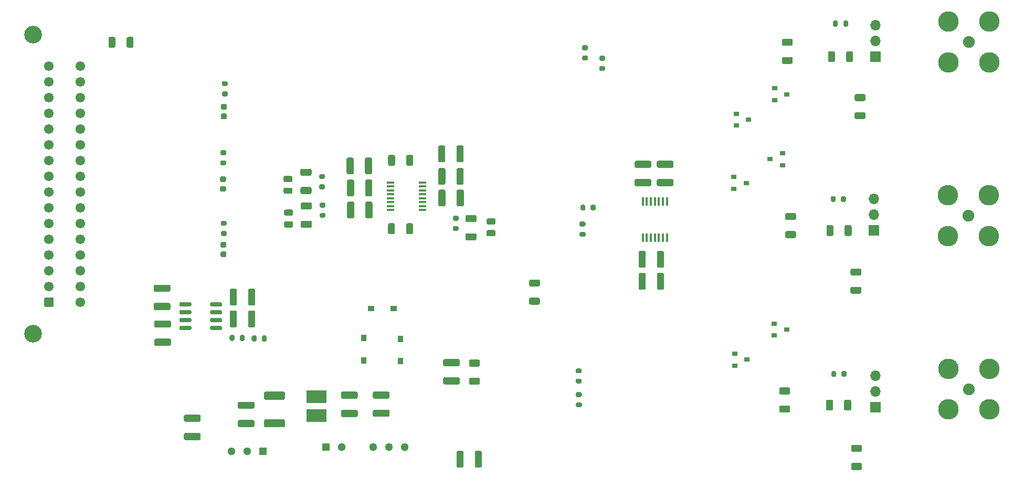
<source format=gts>
G04 #@! TF.GenerationSoftware,KiCad,Pcbnew,(5.1.10)-1*
G04 #@! TF.CreationDate,2022-03-21T21:51:29-04:00*
G04 #@! TF.ProjectId,MC-ADC,4d432d41-4443-42e6-9b69-6361645f7063,rev?*
G04 #@! TF.SameCoordinates,Original*
G04 #@! TF.FileFunction,Soldermask,Top*
G04 #@! TF.FilePolarity,Negative*
%FSLAX46Y46*%
G04 Gerber Fmt 4.6, Leading zero omitted, Abs format (unit mm)*
G04 Created by KiCad (PCBNEW (5.1.10)-1) date 2022-03-21 21:51:29*
%MOMM*%
%LPD*%
G01*
G04 APERTURE LIST*
%ADD10R,0.850000X1.050000*%
%ADD11R,1.050000X0.850000*%
%ADD12R,0.900000X0.800000*%
%ADD13C,3.315000*%
%ADD14C,1.905000*%
%ADD15R,1.200000X0.400000*%
%ADD16R,0.450000X1.450000*%
%ADD17C,1.300000*%
%ADD18R,1.300000X1.300000*%
%ADD19R,3.250000X2.150000*%
%ADD20O,1.700000X1.700000*%
%ADD21R,1.700000X1.700000*%
%ADD22C,1.550000*%
%ADD23C,2.850000*%
G04 APERTURE END LIST*
G36*
G01*
X142542099Y-122439000D02*
X143792101Y-122439000D01*
G75*
G02*
X144042100Y-122688999I0J-249999D01*
G01*
X144042100Y-123314001D01*
G75*
G02*
X143792101Y-123564000I-249999J0D01*
G01*
X142542099Y-123564000D01*
G75*
G02*
X142292100Y-123314001I0J249999D01*
G01*
X142292100Y-122688999D01*
G75*
G02*
X142542099Y-122439000I249999J0D01*
G01*
G37*
G36*
G01*
X142542099Y-119514000D02*
X143792101Y-119514000D01*
G75*
G02*
X144042100Y-119763999I0J-249999D01*
G01*
X144042100Y-120389001D01*
G75*
G02*
X143792101Y-120639000I-249999J0D01*
G01*
X142542099Y-120639000D01*
G75*
G02*
X142292100Y-120389001I0J249999D01*
G01*
X142292100Y-119763999D01*
G75*
G02*
X142542099Y-119514000I249999J0D01*
G01*
G37*
D10*
X125275340Y-119650920D03*
X125275340Y-116050920D03*
X131216400Y-116162680D03*
X131216400Y-119762680D03*
D11*
X126503020Y-111267240D03*
X130103020Y-111267240D03*
G36*
G01*
X140556161Y-120572960D02*
X138356159Y-120572960D01*
G75*
G02*
X138106160Y-120322961I0J249999D01*
G01*
X138106160Y-119672959D01*
G75*
G02*
X138356159Y-119422960I249999J0D01*
G01*
X140556161Y-119422960D01*
G75*
G02*
X140806160Y-119672959I0J-249999D01*
G01*
X140806160Y-120322961D01*
G75*
G02*
X140556161Y-120572960I-249999J0D01*
G01*
G37*
G36*
G01*
X140556161Y-123522960D02*
X138356159Y-123522960D01*
G75*
G02*
X138106160Y-123272961I0J249999D01*
G01*
X138106160Y-122622959D01*
G75*
G02*
X138356159Y-122372960I249999J0D01*
G01*
X140556161Y-122372960D01*
G75*
G02*
X140806160Y-122622959I0J-249999D01*
G01*
X140806160Y-123272961D01*
G75*
G02*
X140556161Y-123522960I-249999J0D01*
G01*
G37*
D12*
X185136280Y-118562080D03*
X185136280Y-120462080D03*
X187136280Y-119512080D03*
X191524380Y-113733540D03*
X191524380Y-115633540D03*
X193524380Y-114683540D03*
X184991500Y-90050580D03*
X184991500Y-91950580D03*
X186991500Y-91000580D03*
X192843660Y-88135500D03*
X192843660Y-86235500D03*
X190843660Y-87185500D03*
X185375040Y-79857560D03*
X185375040Y-81757560D03*
X187375040Y-80807560D03*
X191570100Y-75740220D03*
X191570100Y-77640220D03*
X193570100Y-76690220D03*
D13*
X226250760Y-64985360D03*
X226250760Y-71585360D03*
X219650760Y-71585360D03*
X219650760Y-64985360D03*
D14*
X222950760Y-68285360D03*
D13*
X226194880Y-120972040D03*
X226194880Y-127572040D03*
X219594880Y-127572040D03*
X219594880Y-120972040D03*
D14*
X222894880Y-124272040D03*
D13*
X226179640Y-92955840D03*
X226179640Y-99555840D03*
X219579640Y-99555840D03*
X219579640Y-92955840D03*
D14*
X222879640Y-96255840D03*
G36*
G01*
X100511740Y-110749220D02*
X100511740Y-110449220D01*
G75*
G02*
X100661740Y-110299220I150000J0D01*
G01*
X102311740Y-110299220D01*
G75*
G02*
X102461740Y-110449220I0J-150000D01*
G01*
X102461740Y-110749220D01*
G75*
G02*
X102311740Y-110899220I-150000J0D01*
G01*
X100661740Y-110899220D01*
G75*
G02*
X100511740Y-110749220I0J150000D01*
G01*
G37*
G36*
G01*
X100511740Y-112019220D02*
X100511740Y-111719220D01*
G75*
G02*
X100661740Y-111569220I150000J0D01*
G01*
X102311740Y-111569220D01*
G75*
G02*
X102461740Y-111719220I0J-150000D01*
G01*
X102461740Y-112019220D01*
G75*
G02*
X102311740Y-112169220I-150000J0D01*
G01*
X100661740Y-112169220D01*
G75*
G02*
X100511740Y-112019220I0J150000D01*
G01*
G37*
G36*
G01*
X100511740Y-113289220D02*
X100511740Y-112989220D01*
G75*
G02*
X100661740Y-112839220I150000J0D01*
G01*
X102311740Y-112839220D01*
G75*
G02*
X102461740Y-112989220I0J-150000D01*
G01*
X102461740Y-113289220D01*
G75*
G02*
X102311740Y-113439220I-150000J0D01*
G01*
X100661740Y-113439220D01*
G75*
G02*
X100511740Y-113289220I0J150000D01*
G01*
G37*
G36*
G01*
X100511740Y-114559220D02*
X100511740Y-114259220D01*
G75*
G02*
X100661740Y-114109220I150000J0D01*
G01*
X102311740Y-114109220D01*
G75*
G02*
X102461740Y-114259220I0J-150000D01*
G01*
X102461740Y-114559220D01*
G75*
G02*
X102311740Y-114709220I-150000J0D01*
G01*
X100661740Y-114709220D01*
G75*
G02*
X100511740Y-114559220I0J150000D01*
G01*
G37*
G36*
G01*
X95561740Y-114559220D02*
X95561740Y-114259220D01*
G75*
G02*
X95711740Y-114109220I150000J0D01*
G01*
X97361740Y-114109220D01*
G75*
G02*
X97511740Y-114259220I0J-150000D01*
G01*
X97511740Y-114559220D01*
G75*
G02*
X97361740Y-114709220I-150000J0D01*
G01*
X95711740Y-114709220D01*
G75*
G02*
X95561740Y-114559220I0J150000D01*
G01*
G37*
G36*
G01*
X95561740Y-113289220D02*
X95561740Y-112989220D01*
G75*
G02*
X95711740Y-112839220I150000J0D01*
G01*
X97361740Y-112839220D01*
G75*
G02*
X97511740Y-112989220I0J-150000D01*
G01*
X97511740Y-113289220D01*
G75*
G02*
X97361740Y-113439220I-150000J0D01*
G01*
X95711740Y-113439220D01*
G75*
G02*
X95561740Y-113289220I0J150000D01*
G01*
G37*
G36*
G01*
X95561740Y-112019220D02*
X95561740Y-111719220D01*
G75*
G02*
X95711740Y-111569220I150000J0D01*
G01*
X97361740Y-111569220D01*
G75*
G02*
X97511740Y-111719220I0J-150000D01*
G01*
X97511740Y-112019220D01*
G75*
G02*
X97361740Y-112169220I-150000J0D01*
G01*
X95711740Y-112169220D01*
G75*
G02*
X95561740Y-112019220I0J150000D01*
G01*
G37*
G36*
G01*
X95561740Y-110749220D02*
X95561740Y-110449220D01*
G75*
G02*
X95711740Y-110299220I150000J0D01*
G01*
X97361740Y-110299220D01*
G75*
G02*
X97511740Y-110449220I0J-150000D01*
G01*
X97511740Y-110749220D01*
G75*
G02*
X97361740Y-110899220I-150000J0D01*
G01*
X95711740Y-110899220D01*
G75*
G02*
X95561740Y-110749220I0J150000D01*
G01*
G37*
G36*
G01*
X140274880Y-91061721D02*
X140274880Y-88861719D01*
G75*
G02*
X140524879Y-88611720I249999J0D01*
G01*
X141174881Y-88611720D01*
G75*
G02*
X141424880Y-88861719I0J-249999D01*
G01*
X141424880Y-91061721D01*
G75*
G02*
X141174881Y-91311720I-249999J0D01*
G01*
X140524879Y-91311720D01*
G75*
G02*
X140274880Y-91061721I0J249999D01*
G01*
G37*
G36*
G01*
X137324880Y-91061721D02*
X137324880Y-88861719D01*
G75*
G02*
X137574879Y-88611720I249999J0D01*
G01*
X138224881Y-88611720D01*
G75*
G02*
X138474880Y-88861719I0J-249999D01*
G01*
X138474880Y-91061721D01*
G75*
G02*
X138224881Y-91311720I-249999J0D01*
G01*
X137574879Y-91311720D01*
G75*
G02*
X137324880Y-91061721I0J249999D01*
G01*
G37*
G36*
G01*
X140264720Y-87414281D02*
X140264720Y-85214279D01*
G75*
G02*
X140514719Y-84964280I249999J0D01*
G01*
X141164721Y-84964280D01*
G75*
G02*
X141414720Y-85214279I0J-249999D01*
G01*
X141414720Y-87414281D01*
G75*
G02*
X141164721Y-87664280I-249999J0D01*
G01*
X140514719Y-87664280D01*
G75*
G02*
X140264720Y-87414281I0J249999D01*
G01*
G37*
G36*
G01*
X137314720Y-87414281D02*
X137314720Y-85214279D01*
G75*
G02*
X137564719Y-84964280I249999J0D01*
G01*
X138214721Y-84964280D01*
G75*
G02*
X138464720Y-85214279I0J-249999D01*
G01*
X138464720Y-87414281D01*
G75*
G02*
X138214721Y-87664280I-249999J0D01*
G01*
X137564719Y-87664280D01*
G75*
G02*
X137314720Y-87414281I0J249999D01*
G01*
G37*
G36*
G01*
X140287580Y-94546601D02*
X140287580Y-92346599D01*
G75*
G02*
X140537579Y-92096600I249999J0D01*
G01*
X141187581Y-92096600D01*
G75*
G02*
X141437580Y-92346599I0J-249999D01*
G01*
X141437580Y-94546601D01*
G75*
G02*
X141187581Y-94796600I-249999J0D01*
G01*
X140537579Y-94796600D01*
G75*
G02*
X140287580Y-94546601I0J249999D01*
G01*
G37*
G36*
G01*
X137337580Y-94546601D02*
X137337580Y-92346599D01*
G75*
G02*
X137587579Y-92096600I249999J0D01*
G01*
X138237581Y-92096600D01*
G75*
G02*
X138487580Y-92346599I0J-249999D01*
G01*
X138487580Y-94546601D01*
G75*
G02*
X138237581Y-94796600I-249999J0D01*
G01*
X137587579Y-94796600D01*
G75*
G02*
X137337580Y-94546601I0J249999D01*
G01*
G37*
G36*
G01*
X123701500Y-87170079D02*
X123701500Y-89370081D01*
G75*
G02*
X123451501Y-89620080I-249999J0D01*
G01*
X122801499Y-89620080D01*
G75*
G02*
X122551500Y-89370081I0J249999D01*
G01*
X122551500Y-87170079D01*
G75*
G02*
X122801499Y-86920080I249999J0D01*
G01*
X123451501Y-86920080D01*
G75*
G02*
X123701500Y-87170079I0J-249999D01*
G01*
G37*
G36*
G01*
X126651500Y-87170079D02*
X126651500Y-89370081D01*
G75*
G02*
X126401501Y-89620080I-249999J0D01*
G01*
X125751499Y-89620080D01*
G75*
G02*
X125501500Y-89370081I0J249999D01*
G01*
X125501500Y-87170079D01*
G75*
G02*
X125751499Y-86920080I249999J0D01*
G01*
X126401501Y-86920080D01*
G75*
G02*
X126651500Y-87170079I0J-249999D01*
G01*
G37*
G36*
G01*
X123768280Y-94274459D02*
X123768280Y-96474461D01*
G75*
G02*
X123518281Y-96724460I-249999J0D01*
G01*
X122868279Y-96724460D01*
G75*
G02*
X122618280Y-96474461I0J249999D01*
G01*
X122618280Y-94274459D01*
G75*
G02*
X122868279Y-94024460I249999J0D01*
G01*
X123518281Y-94024460D01*
G75*
G02*
X123768280Y-94274459I0J-249999D01*
G01*
G37*
G36*
G01*
X126718280Y-94274459D02*
X126718280Y-96474461D01*
G75*
G02*
X126468281Y-96724460I-249999J0D01*
G01*
X125818279Y-96724460D01*
G75*
G02*
X125568280Y-96474461I0J249999D01*
G01*
X125568280Y-94274459D01*
G75*
G02*
X125818279Y-94024460I249999J0D01*
G01*
X126468281Y-94024460D01*
G75*
G02*
X126718280Y-94274459I0J-249999D01*
G01*
G37*
G36*
G01*
X123745420Y-90726079D02*
X123745420Y-92926081D01*
G75*
G02*
X123495421Y-93176080I-249999J0D01*
G01*
X122845419Y-93176080D01*
G75*
G02*
X122595420Y-92926081I0J249999D01*
G01*
X122595420Y-90726079D01*
G75*
G02*
X122845419Y-90476080I249999J0D01*
G01*
X123495421Y-90476080D01*
G75*
G02*
X123745420Y-90726079I0J-249999D01*
G01*
G37*
G36*
G01*
X126695420Y-90726079D02*
X126695420Y-92926081D01*
G75*
G02*
X126445421Y-93176080I-249999J0D01*
G01*
X125795419Y-93176080D01*
G75*
G02*
X125545420Y-92926081I0J249999D01*
G01*
X125545420Y-90726079D01*
G75*
G02*
X125795419Y-90476080I249999J0D01*
G01*
X126445421Y-90476080D01*
G75*
G02*
X126695420Y-90726079I0J-249999D01*
G01*
G37*
G36*
G01*
X170791300Y-102242439D02*
X170791300Y-104442441D01*
G75*
G02*
X170541301Y-104692440I-249999J0D01*
G01*
X169891299Y-104692440D01*
G75*
G02*
X169641300Y-104442441I0J249999D01*
G01*
X169641300Y-102242439D01*
G75*
G02*
X169891299Y-101992440I249999J0D01*
G01*
X170541301Y-101992440D01*
G75*
G02*
X170791300Y-102242439I0J-249999D01*
G01*
G37*
G36*
G01*
X173741300Y-102242439D02*
X173741300Y-104442441D01*
G75*
G02*
X173491301Y-104692440I-249999J0D01*
G01*
X172841299Y-104692440D01*
G75*
G02*
X172591300Y-104442441I0J249999D01*
G01*
X172591300Y-102242439D01*
G75*
G02*
X172841299Y-101992440I249999J0D01*
G01*
X173491301Y-101992440D01*
G75*
G02*
X173741300Y-102242439I0J-249999D01*
G01*
G37*
G36*
G01*
X170791300Y-105793359D02*
X170791300Y-107993361D01*
G75*
G02*
X170541301Y-108243360I-249999J0D01*
G01*
X169891299Y-108243360D01*
G75*
G02*
X169641300Y-107993361I0J249999D01*
G01*
X169641300Y-105793359D01*
G75*
G02*
X169891299Y-105543360I249999J0D01*
G01*
X170541301Y-105543360D01*
G75*
G02*
X170791300Y-105793359I0J-249999D01*
G01*
G37*
G36*
G01*
X173741300Y-105793359D02*
X173741300Y-107993361D01*
G75*
G02*
X173491301Y-108243360I-249999J0D01*
G01*
X172841299Y-108243360D01*
G75*
G02*
X172591300Y-107993361I0J249999D01*
G01*
X172591300Y-105793359D01*
G75*
G02*
X172841299Y-105543360I249999J0D01*
G01*
X173491301Y-105543360D01*
G75*
G02*
X173741300Y-105793359I0J-249999D01*
G01*
G37*
G36*
G01*
X175029041Y-88568960D02*
X172829039Y-88568960D01*
G75*
G02*
X172579040Y-88318961I0J249999D01*
G01*
X172579040Y-87668959D01*
G75*
G02*
X172829039Y-87418960I249999J0D01*
G01*
X175029041Y-87418960D01*
G75*
G02*
X175279040Y-87668959I0J-249999D01*
G01*
X175279040Y-88318961D01*
G75*
G02*
X175029041Y-88568960I-249999J0D01*
G01*
G37*
G36*
G01*
X175029041Y-91518960D02*
X172829039Y-91518960D01*
G75*
G02*
X172579040Y-91268961I0J249999D01*
G01*
X172579040Y-90618959D01*
G75*
G02*
X172829039Y-90368960I249999J0D01*
G01*
X175029041Y-90368960D01*
G75*
G02*
X175279040Y-90618959I0J-249999D01*
G01*
X175279040Y-91268961D01*
G75*
G02*
X175029041Y-91518960I-249999J0D01*
G01*
G37*
G36*
G01*
X171457801Y-88579120D02*
X169257799Y-88579120D01*
G75*
G02*
X169007800Y-88329121I0J249999D01*
G01*
X169007800Y-87679119D01*
G75*
G02*
X169257799Y-87429120I249999J0D01*
G01*
X171457801Y-87429120D01*
G75*
G02*
X171707800Y-87679119I0J-249999D01*
G01*
X171707800Y-88329121D01*
G75*
G02*
X171457801Y-88579120I-249999J0D01*
G01*
G37*
G36*
G01*
X171457801Y-91529120D02*
X169257799Y-91529120D01*
G75*
G02*
X169007800Y-91279121I0J249999D01*
G01*
X169007800Y-90629119D01*
G75*
G02*
X169257799Y-90379120I249999J0D01*
G01*
X171457801Y-90379120D01*
G75*
G02*
X171707800Y-90629119I0J-249999D01*
G01*
X171707800Y-91279121D01*
G75*
G02*
X171457801Y-91529120I-249999J0D01*
G01*
G37*
G36*
G01*
X87051720Y-68943381D02*
X87051720Y-67693379D01*
G75*
G02*
X87301719Y-67443380I249999J0D01*
G01*
X87926721Y-67443380D01*
G75*
G02*
X88176720Y-67693379I0J-249999D01*
G01*
X88176720Y-68943381D01*
G75*
G02*
X87926721Y-69193380I-249999J0D01*
G01*
X87301719Y-69193380D01*
G75*
G02*
X87051720Y-68943381I0J249999D01*
G01*
G37*
G36*
G01*
X84126720Y-68943381D02*
X84126720Y-67693379D01*
G75*
G02*
X84376719Y-67443380I249999J0D01*
G01*
X85001721Y-67443380D01*
G75*
G02*
X85251720Y-67693379I0J-249999D01*
G01*
X85251720Y-68943381D01*
G75*
G02*
X85001721Y-69193380I-249999J0D01*
G01*
X84376719Y-69193380D01*
G75*
G02*
X84126720Y-68943381I0J249999D01*
G01*
G37*
D15*
X134804460Y-90947240D03*
X134804460Y-91582240D03*
X134804460Y-92217240D03*
X134804460Y-92852240D03*
X134804460Y-93487240D03*
X134804460Y-94122240D03*
X134804460Y-94757240D03*
X134804460Y-95392240D03*
X129604460Y-95392240D03*
X129604460Y-94757240D03*
X129604460Y-94122240D03*
X129604460Y-93487240D03*
X129604460Y-92852240D03*
X129604460Y-92217240D03*
X129604460Y-91582240D03*
X129604460Y-90947240D03*
D16*
X170312800Y-94003940D03*
X170962800Y-94003940D03*
X171612800Y-94003940D03*
X172262800Y-94003940D03*
X172912800Y-94003940D03*
X173562800Y-94003940D03*
X174212800Y-94003940D03*
X174212800Y-99853940D03*
X173562800Y-99853940D03*
X172912800Y-99853940D03*
X172262800Y-99853940D03*
X171612800Y-99853940D03*
X170962800Y-99853940D03*
X170312800Y-99853940D03*
D17*
X131909820Y-133586220D03*
X129369820Y-133586220D03*
X126829820Y-133586220D03*
X121749820Y-133586220D03*
D18*
X119209820Y-133586220D03*
D17*
X106491420Y-134344680D03*
D18*
X109031420Y-134344680D03*
D17*
X103951420Y-134344680D03*
G36*
G01*
X153479661Y-107715480D02*
X152229659Y-107715480D01*
G75*
G02*
X151979660Y-107465481I0J249999D01*
G01*
X151979660Y-106840479D01*
G75*
G02*
X152229659Y-106590480I249999J0D01*
G01*
X153479661Y-106590480D01*
G75*
G02*
X153729660Y-106840479I0J-249999D01*
G01*
X153729660Y-107465481D01*
G75*
G02*
X153479661Y-107715480I-249999J0D01*
G01*
G37*
G36*
G01*
X153479661Y-110640480D02*
X152229659Y-110640480D01*
G75*
G02*
X151979660Y-110390481I0J249999D01*
G01*
X151979660Y-109765479D01*
G75*
G02*
X152229659Y-109515480I249999J0D01*
G01*
X153479661Y-109515480D01*
G75*
G02*
X153729660Y-109765479I0J-249999D01*
G01*
X153729660Y-110390481D01*
G75*
G02*
X153479661Y-110640480I-249999J0D01*
G01*
G37*
G36*
G01*
X130339260Y-97761899D02*
X130339260Y-99011901D01*
G75*
G02*
X130089261Y-99261900I-249999J0D01*
G01*
X129464259Y-99261900D01*
G75*
G02*
X129214260Y-99011901I0J249999D01*
G01*
X129214260Y-97761899D01*
G75*
G02*
X129464259Y-97511900I249999J0D01*
G01*
X130089261Y-97511900D01*
G75*
G02*
X130339260Y-97761899I0J-249999D01*
G01*
G37*
G36*
G01*
X133264260Y-97761899D02*
X133264260Y-99011901D01*
G75*
G02*
X133014261Y-99261900I-249999J0D01*
G01*
X132389259Y-99261900D01*
G75*
G02*
X132139260Y-99011901I0J249999D01*
G01*
X132139260Y-97761899D01*
G75*
G02*
X132389259Y-97511900I249999J0D01*
G01*
X133014261Y-97511900D01*
G75*
G02*
X133264260Y-97761899I0J-249999D01*
G01*
G37*
G36*
G01*
X118398880Y-95832480D02*
X118948880Y-95832480D01*
G75*
G02*
X119148880Y-96032480I0J-200000D01*
G01*
X119148880Y-96432480D01*
G75*
G02*
X118948880Y-96632480I-200000J0D01*
G01*
X118398880Y-96632480D01*
G75*
G02*
X118198880Y-96432480I0J200000D01*
G01*
X118198880Y-96032480D01*
G75*
G02*
X118398880Y-95832480I200000J0D01*
G01*
G37*
G36*
G01*
X118398880Y-94182480D02*
X118948880Y-94182480D01*
G75*
G02*
X119148880Y-94382480I0J-200000D01*
G01*
X119148880Y-94782480D01*
G75*
G02*
X118948880Y-94982480I-200000J0D01*
G01*
X118398880Y-94982480D01*
G75*
G02*
X118198880Y-94782480I0J200000D01*
G01*
X118198880Y-94382480D01*
G75*
G02*
X118398880Y-94182480I200000J0D01*
G01*
G37*
G36*
G01*
X139856800Y-97961000D02*
X140406800Y-97961000D01*
G75*
G02*
X140606800Y-98161000I0J-200000D01*
G01*
X140606800Y-98561000D01*
G75*
G02*
X140406800Y-98761000I-200000J0D01*
G01*
X139856800Y-98761000D01*
G75*
G02*
X139656800Y-98561000I0J200000D01*
G01*
X139656800Y-98161000D01*
G75*
G02*
X139856800Y-97961000I200000J0D01*
G01*
G37*
G36*
G01*
X139856800Y-96311000D02*
X140406800Y-96311000D01*
G75*
G02*
X140606800Y-96511000I0J-200000D01*
G01*
X140606800Y-96911000D01*
G75*
G02*
X140406800Y-97111000I-200000J0D01*
G01*
X139856800Y-97111000D01*
G75*
G02*
X139656800Y-96911000I0J200000D01*
G01*
X139656800Y-96511000D01*
G75*
G02*
X139856800Y-96311000I200000J0D01*
G01*
G37*
G36*
G01*
X118859980Y-90369340D02*
X118309980Y-90369340D01*
G75*
G02*
X118109980Y-90169340I0J200000D01*
G01*
X118109980Y-89769340D01*
G75*
G02*
X118309980Y-89569340I200000J0D01*
G01*
X118859980Y-89569340D01*
G75*
G02*
X119059980Y-89769340I0J-200000D01*
G01*
X119059980Y-90169340D01*
G75*
G02*
X118859980Y-90369340I-200000J0D01*
G01*
G37*
G36*
G01*
X118859980Y-92019340D02*
X118309980Y-92019340D01*
G75*
G02*
X118109980Y-91819340I0J200000D01*
G01*
X118109980Y-91419340D01*
G75*
G02*
X118309980Y-91219340I200000J0D01*
G01*
X118859980Y-91219340D01*
G75*
G02*
X119059980Y-91419340I0J-200000D01*
G01*
X119059980Y-91819340D01*
G75*
G02*
X118859980Y-92019340I-200000J0D01*
G01*
G37*
G36*
G01*
X130364660Y-86738299D02*
X130364660Y-87988301D01*
G75*
G02*
X130114661Y-88238300I-249999J0D01*
G01*
X129489659Y-88238300D01*
G75*
G02*
X129239660Y-87988301I0J249999D01*
G01*
X129239660Y-86738299D01*
G75*
G02*
X129489659Y-86488300I249999J0D01*
G01*
X130114661Y-86488300D01*
G75*
G02*
X130364660Y-86738299I0J-249999D01*
G01*
G37*
G36*
G01*
X133289660Y-86738299D02*
X133289660Y-87988301D01*
G75*
G02*
X133039661Y-88238300I-249999J0D01*
G01*
X132414659Y-88238300D01*
G75*
G02*
X132164660Y-87988301I0J249999D01*
G01*
X132164660Y-86738299D01*
G75*
G02*
X132414659Y-86488300I249999J0D01*
G01*
X133039661Y-86488300D01*
G75*
G02*
X133289660Y-86738299I0J-249999D01*
G01*
G37*
G36*
G01*
X204180279Y-136190560D02*
X205430281Y-136190560D01*
G75*
G02*
X205680280Y-136440559I0J-249999D01*
G01*
X205680280Y-137065561D01*
G75*
G02*
X205430281Y-137315560I-249999J0D01*
G01*
X204180279Y-137315560D01*
G75*
G02*
X203930280Y-137065561I0J249999D01*
G01*
X203930280Y-136440559D01*
G75*
G02*
X204180279Y-136190560I249999J0D01*
G01*
G37*
G36*
G01*
X204180279Y-133265560D02*
X205430281Y-133265560D01*
G75*
G02*
X205680280Y-133515559I0J-249999D01*
G01*
X205680280Y-134140561D01*
G75*
G02*
X205430281Y-134390560I-249999J0D01*
G01*
X204180279Y-134390560D01*
G75*
G02*
X203930280Y-134140561I0J249999D01*
G01*
X203930280Y-133515559D01*
G75*
G02*
X204180279Y-133265560I249999J0D01*
G01*
G37*
G36*
G01*
X193832641Y-125129720D02*
X192582639Y-125129720D01*
G75*
G02*
X192332640Y-124879721I0J249999D01*
G01*
X192332640Y-124254719D01*
G75*
G02*
X192582639Y-124004720I249999J0D01*
G01*
X193832641Y-124004720D01*
G75*
G02*
X194082640Y-124254719I0J-249999D01*
G01*
X194082640Y-124879721D01*
G75*
G02*
X193832641Y-125129720I-249999J0D01*
G01*
G37*
G36*
G01*
X193832641Y-128054720D02*
X192582639Y-128054720D01*
G75*
G02*
X192332640Y-127804721I0J249999D01*
G01*
X192332640Y-127179719D01*
G75*
G02*
X192582639Y-126929720I249999J0D01*
G01*
X193832641Y-126929720D01*
G75*
G02*
X194082640Y-127179719I0J-249999D01*
G01*
X194082640Y-127804721D01*
G75*
G02*
X193832641Y-128054720I-249999J0D01*
G01*
G37*
G36*
G01*
X201517700Y-121548480D02*
X201517700Y-122098480D01*
G75*
G02*
X201317700Y-122298480I-200000J0D01*
G01*
X200917700Y-122298480D01*
G75*
G02*
X200717700Y-122098480I0J200000D01*
G01*
X200717700Y-121548480D01*
G75*
G02*
X200917700Y-121348480I200000J0D01*
G01*
X201317700Y-121348480D01*
G75*
G02*
X201517700Y-121548480I0J-200000D01*
G01*
G37*
G36*
G01*
X203167700Y-121548480D02*
X203167700Y-122098480D01*
G75*
G02*
X202967700Y-122298480I-200000J0D01*
G01*
X202567700Y-122298480D01*
G75*
G02*
X202367700Y-122098480I0J200000D01*
G01*
X202367700Y-121548480D01*
G75*
G02*
X202567700Y-121348480I200000J0D01*
G01*
X202967700Y-121348480D01*
G75*
G02*
X203167700Y-121548480I0J-200000D01*
G01*
G37*
G36*
G01*
X201009680Y-126232759D02*
X201009680Y-127482761D01*
G75*
G02*
X200759681Y-127732760I-249999J0D01*
G01*
X200134679Y-127732760D01*
G75*
G02*
X199884680Y-127482761I0J249999D01*
G01*
X199884680Y-126232759D01*
G75*
G02*
X200134679Y-125982760I249999J0D01*
G01*
X200759681Y-125982760D01*
G75*
G02*
X201009680Y-126232759I0J-249999D01*
G01*
G37*
G36*
G01*
X203934680Y-126232759D02*
X203934680Y-127482761D01*
G75*
G02*
X203684681Y-127732760I-249999J0D01*
G01*
X203059679Y-127732760D01*
G75*
G02*
X202809680Y-127482761I0J249999D01*
G01*
X202809680Y-126232759D01*
G75*
G02*
X203059679Y-125982760I249999J0D01*
G01*
X203684681Y-125982760D01*
G75*
G02*
X203934680Y-126232759I0J-249999D01*
G01*
G37*
G36*
G01*
X159699280Y-122581220D02*
X160249280Y-122581220D01*
G75*
G02*
X160449280Y-122781220I0J-200000D01*
G01*
X160449280Y-123181220D01*
G75*
G02*
X160249280Y-123381220I-200000J0D01*
G01*
X159699280Y-123381220D01*
G75*
G02*
X159499280Y-123181220I0J200000D01*
G01*
X159499280Y-122781220D01*
G75*
G02*
X159699280Y-122581220I200000J0D01*
G01*
G37*
G36*
G01*
X159699280Y-120931220D02*
X160249280Y-120931220D01*
G75*
G02*
X160449280Y-121131220I0J-200000D01*
G01*
X160449280Y-121531220D01*
G75*
G02*
X160249280Y-121731220I-200000J0D01*
G01*
X159699280Y-121731220D01*
G75*
G02*
X159499280Y-121531220I0J200000D01*
G01*
X159499280Y-121131220D01*
G75*
G02*
X159699280Y-120931220I200000J0D01*
G01*
G37*
G36*
G01*
X159734840Y-126406460D02*
X160284840Y-126406460D01*
G75*
G02*
X160484840Y-126606460I0J-200000D01*
G01*
X160484840Y-127006460D01*
G75*
G02*
X160284840Y-127206460I-200000J0D01*
G01*
X159734840Y-127206460D01*
G75*
G02*
X159534840Y-127006460I0J200000D01*
G01*
X159534840Y-126606460D01*
G75*
G02*
X159734840Y-126406460I200000J0D01*
G01*
G37*
G36*
G01*
X159734840Y-124756460D02*
X160284840Y-124756460D01*
G75*
G02*
X160484840Y-124956460I0J-200000D01*
G01*
X160484840Y-125356460D01*
G75*
G02*
X160284840Y-125556460I-200000J0D01*
G01*
X159734840Y-125556460D01*
G75*
G02*
X159534840Y-125356460I0J200000D01*
G01*
X159534840Y-124956460D01*
G75*
G02*
X159734840Y-124756460I200000J0D01*
G01*
G37*
G36*
G01*
X103002760Y-97918720D02*
X102452760Y-97918720D01*
G75*
G02*
X102252760Y-97718720I0J200000D01*
G01*
X102252760Y-97318720D01*
G75*
G02*
X102452760Y-97118720I200000J0D01*
G01*
X103002760Y-97118720D01*
G75*
G02*
X103202760Y-97318720I0J-200000D01*
G01*
X103202760Y-97718720D01*
G75*
G02*
X103002760Y-97918720I-200000J0D01*
G01*
G37*
G36*
G01*
X103002760Y-99568720D02*
X102452760Y-99568720D01*
G75*
G02*
X102252760Y-99368720I0J200000D01*
G01*
X102252760Y-98968720D01*
G75*
G02*
X102452760Y-98768720I200000J0D01*
G01*
X103002760Y-98768720D01*
G75*
G02*
X103202760Y-98968720I0J-200000D01*
G01*
X103202760Y-99368720D01*
G75*
G02*
X103002760Y-99568720I-200000J0D01*
G01*
G37*
G36*
G01*
X204078679Y-107762880D02*
X205328681Y-107762880D01*
G75*
G02*
X205578680Y-108012879I0J-249999D01*
G01*
X205578680Y-108637881D01*
G75*
G02*
X205328681Y-108887880I-249999J0D01*
G01*
X204078679Y-108887880D01*
G75*
G02*
X203828680Y-108637881I0J249999D01*
G01*
X203828680Y-108012879D01*
G75*
G02*
X204078679Y-107762880I249999J0D01*
G01*
G37*
G36*
G01*
X204078679Y-104837880D02*
X205328681Y-104837880D01*
G75*
G02*
X205578680Y-105087879I0J-249999D01*
G01*
X205578680Y-105712881D01*
G75*
G02*
X205328681Y-105962880I-249999J0D01*
G01*
X204078679Y-105962880D01*
G75*
G02*
X203828680Y-105712881I0J249999D01*
G01*
X203828680Y-105087879D01*
G75*
G02*
X204078679Y-104837880I249999J0D01*
G01*
G37*
G36*
G01*
X194787681Y-96986520D02*
X193537679Y-96986520D01*
G75*
G02*
X193287680Y-96736521I0J249999D01*
G01*
X193287680Y-96111519D01*
G75*
G02*
X193537679Y-95861520I249999J0D01*
G01*
X194787681Y-95861520D01*
G75*
G02*
X195037680Y-96111519I0J-249999D01*
G01*
X195037680Y-96736521D01*
G75*
G02*
X194787681Y-96986520I-249999J0D01*
G01*
G37*
G36*
G01*
X194787681Y-99911520D02*
X193537679Y-99911520D01*
G75*
G02*
X193287680Y-99661521I0J249999D01*
G01*
X193287680Y-99036519D01*
G75*
G02*
X193537679Y-98786520I249999J0D01*
G01*
X194787681Y-98786520D01*
G75*
G02*
X195037680Y-99036519I0J-249999D01*
G01*
X195037680Y-99661521D01*
G75*
G02*
X194787681Y-99911520I-249999J0D01*
G01*
G37*
G36*
G01*
X201433880Y-93318920D02*
X201433880Y-93868920D01*
G75*
G02*
X201233880Y-94068920I-200000J0D01*
G01*
X200833880Y-94068920D01*
G75*
G02*
X200633880Y-93868920I0J200000D01*
G01*
X200633880Y-93318920D01*
G75*
G02*
X200833880Y-93118920I200000J0D01*
G01*
X201233880Y-93118920D01*
G75*
G02*
X201433880Y-93318920I0J-200000D01*
G01*
G37*
G36*
G01*
X203083880Y-93318920D02*
X203083880Y-93868920D01*
G75*
G02*
X202883880Y-94068920I-200000J0D01*
G01*
X202483880Y-94068920D01*
G75*
G02*
X202283880Y-93868920I0J200000D01*
G01*
X202283880Y-93318920D01*
G75*
G02*
X202483880Y-93118920I200000J0D01*
G01*
X202883880Y-93118920D01*
G75*
G02*
X203083880Y-93318920I0J-200000D01*
G01*
G37*
G36*
G01*
X201080800Y-98059079D02*
X201080800Y-99309081D01*
G75*
G02*
X200830801Y-99559080I-249999J0D01*
G01*
X200205799Y-99559080D01*
G75*
G02*
X199955800Y-99309081I0J249999D01*
G01*
X199955800Y-98059079D01*
G75*
G02*
X200205799Y-97809080I249999J0D01*
G01*
X200830801Y-97809080D01*
G75*
G02*
X201080800Y-98059079I0J-249999D01*
G01*
G37*
G36*
G01*
X204005800Y-98059079D02*
X204005800Y-99309081D01*
G75*
G02*
X203755801Y-99559080I-249999J0D01*
G01*
X203130799Y-99559080D01*
G75*
G02*
X202880800Y-99309081I0J249999D01*
G01*
X202880800Y-98059079D01*
G75*
G02*
X203130799Y-97809080I249999J0D01*
G01*
X203755801Y-97809080D01*
G75*
G02*
X204005800Y-98059079I0J-249999D01*
G01*
G37*
G36*
G01*
X161063120Y-94710840D02*
X161063120Y-95260840D01*
G75*
G02*
X160863120Y-95460840I-200000J0D01*
G01*
X160463120Y-95460840D01*
G75*
G02*
X160263120Y-95260840I0J200000D01*
G01*
X160263120Y-94710840D01*
G75*
G02*
X160463120Y-94510840I200000J0D01*
G01*
X160863120Y-94510840D01*
G75*
G02*
X161063120Y-94710840I0J-200000D01*
G01*
G37*
G36*
G01*
X162713120Y-94710840D02*
X162713120Y-95260840D01*
G75*
G02*
X162513120Y-95460840I-200000J0D01*
G01*
X162113120Y-95460840D01*
G75*
G02*
X161913120Y-95260840I0J200000D01*
G01*
X161913120Y-94710840D01*
G75*
G02*
X162113120Y-94510840I200000J0D01*
G01*
X162513120Y-94510840D01*
G75*
G02*
X162713120Y-94710840I0J-200000D01*
G01*
G37*
G36*
G01*
X160326660Y-98895720D02*
X160876660Y-98895720D01*
G75*
G02*
X161076660Y-99095720I0J-200000D01*
G01*
X161076660Y-99495720D01*
G75*
G02*
X160876660Y-99695720I-200000J0D01*
G01*
X160326660Y-99695720D01*
G75*
G02*
X160126660Y-99495720I0J200000D01*
G01*
X160126660Y-99095720D01*
G75*
G02*
X160326660Y-98895720I200000J0D01*
G01*
G37*
G36*
G01*
X160326660Y-97245720D02*
X160876660Y-97245720D01*
G75*
G02*
X161076660Y-97445720I0J-200000D01*
G01*
X161076660Y-97845720D01*
G75*
G02*
X160876660Y-98045720I-200000J0D01*
G01*
X160326660Y-98045720D01*
G75*
G02*
X160126660Y-97845720I0J200000D01*
G01*
X160126660Y-97445720D01*
G75*
G02*
X160326660Y-97245720I200000J0D01*
G01*
G37*
G36*
G01*
X102921480Y-86524280D02*
X102371480Y-86524280D01*
G75*
G02*
X102171480Y-86324280I0J200000D01*
G01*
X102171480Y-85924280D01*
G75*
G02*
X102371480Y-85724280I200000J0D01*
G01*
X102921480Y-85724280D01*
G75*
G02*
X103121480Y-85924280I0J-200000D01*
G01*
X103121480Y-86324280D01*
G75*
G02*
X102921480Y-86524280I-200000J0D01*
G01*
G37*
G36*
G01*
X102921480Y-88174280D02*
X102371480Y-88174280D01*
G75*
G02*
X102171480Y-87974280I0J200000D01*
G01*
X102171480Y-87574280D01*
G75*
G02*
X102371480Y-87374280I200000J0D01*
G01*
X102921480Y-87374280D01*
G75*
G02*
X103121480Y-87574280I0J-200000D01*
G01*
X103121480Y-87974280D01*
G75*
G02*
X102921480Y-88174280I-200000J0D01*
G01*
G37*
G36*
G01*
X204739079Y-79594280D02*
X205989081Y-79594280D01*
G75*
G02*
X206239080Y-79844279I0J-249999D01*
G01*
X206239080Y-80469281D01*
G75*
G02*
X205989081Y-80719280I-249999J0D01*
G01*
X204739079Y-80719280D01*
G75*
G02*
X204489080Y-80469281I0J249999D01*
G01*
X204489080Y-79844279D01*
G75*
G02*
X204739079Y-79594280I249999J0D01*
G01*
G37*
G36*
G01*
X204739079Y-76669280D02*
X205989081Y-76669280D01*
G75*
G02*
X206239080Y-76919279I0J-249999D01*
G01*
X206239080Y-77544281D01*
G75*
G02*
X205989081Y-77794280I-249999J0D01*
G01*
X204739079Y-77794280D01*
G75*
G02*
X204489080Y-77544281I0J249999D01*
G01*
X204489080Y-76919279D01*
G75*
G02*
X204739079Y-76669280I249999J0D01*
G01*
G37*
G36*
G01*
X194259361Y-68883960D02*
X193009359Y-68883960D01*
G75*
G02*
X192759360Y-68633961I0J249999D01*
G01*
X192759360Y-68008959D01*
G75*
G02*
X193009359Y-67758960I249999J0D01*
G01*
X194259361Y-67758960D01*
G75*
G02*
X194509360Y-68008959I0J-249999D01*
G01*
X194509360Y-68633961D01*
G75*
G02*
X194259361Y-68883960I-249999J0D01*
G01*
G37*
G36*
G01*
X194259361Y-71808960D02*
X193009359Y-71808960D01*
G75*
G02*
X192759360Y-71558961I0J249999D01*
G01*
X192759360Y-70933959D01*
G75*
G02*
X193009359Y-70683960I249999J0D01*
G01*
X194259361Y-70683960D01*
G75*
G02*
X194509360Y-70933959I0J-249999D01*
G01*
X194509360Y-71558961D01*
G75*
G02*
X194259361Y-71808960I-249999J0D01*
G01*
G37*
G36*
G01*
X201797100Y-65028400D02*
X201797100Y-65578400D01*
G75*
G02*
X201597100Y-65778400I-200000J0D01*
G01*
X201197100Y-65778400D01*
G75*
G02*
X200997100Y-65578400I0J200000D01*
G01*
X200997100Y-65028400D01*
G75*
G02*
X201197100Y-64828400I200000J0D01*
G01*
X201597100Y-64828400D01*
G75*
G02*
X201797100Y-65028400I0J-200000D01*
G01*
G37*
G36*
G01*
X203447100Y-65028400D02*
X203447100Y-65578400D01*
G75*
G02*
X203247100Y-65778400I-200000J0D01*
G01*
X202847100Y-65778400D01*
G75*
G02*
X202647100Y-65578400I0J200000D01*
G01*
X202647100Y-65028400D01*
G75*
G02*
X202847100Y-64828400I200000J0D01*
G01*
X203247100Y-64828400D01*
G75*
G02*
X203447100Y-65028400I0J-200000D01*
G01*
G37*
G36*
G01*
X201322100Y-70009859D02*
X201322100Y-71259861D01*
G75*
G02*
X201072101Y-71509860I-249999J0D01*
G01*
X200447099Y-71509860D01*
G75*
G02*
X200197100Y-71259861I0J249999D01*
G01*
X200197100Y-70009859D01*
G75*
G02*
X200447099Y-69759860I249999J0D01*
G01*
X201072101Y-69759860D01*
G75*
G02*
X201322100Y-70009859I0J-249999D01*
G01*
G37*
G36*
G01*
X204247100Y-70009859D02*
X204247100Y-71259861D01*
G75*
G02*
X203997101Y-71509860I-249999J0D01*
G01*
X203372099Y-71509860D01*
G75*
G02*
X203122100Y-71259861I0J249999D01*
G01*
X203122100Y-70009859D01*
G75*
G02*
X203372099Y-69759860I249999J0D01*
G01*
X203997101Y-69759860D01*
G75*
G02*
X204247100Y-70009859I0J-249999D01*
G01*
G37*
G36*
G01*
X161290680Y-69590100D02*
X160740680Y-69590100D01*
G75*
G02*
X160540680Y-69390100I0J200000D01*
G01*
X160540680Y-68990100D01*
G75*
G02*
X160740680Y-68790100I200000J0D01*
G01*
X161290680Y-68790100D01*
G75*
G02*
X161490680Y-68990100I0J-200000D01*
G01*
X161490680Y-69390100D01*
G75*
G02*
X161290680Y-69590100I-200000J0D01*
G01*
G37*
G36*
G01*
X161290680Y-71240100D02*
X160740680Y-71240100D01*
G75*
G02*
X160540680Y-71040100I0J200000D01*
G01*
X160540680Y-70640100D01*
G75*
G02*
X160740680Y-70440100I200000J0D01*
G01*
X161290680Y-70440100D01*
G75*
G02*
X161490680Y-70640100I0J-200000D01*
G01*
X161490680Y-71040100D01*
G75*
G02*
X161290680Y-71240100I-200000J0D01*
G01*
G37*
G36*
G01*
X164049120Y-71294440D02*
X163499120Y-71294440D01*
G75*
G02*
X163299120Y-71094440I0J200000D01*
G01*
X163299120Y-70694440D01*
G75*
G02*
X163499120Y-70494440I200000J0D01*
G01*
X164049120Y-70494440D01*
G75*
G02*
X164249120Y-70694440I0J-200000D01*
G01*
X164249120Y-71094440D01*
G75*
G02*
X164049120Y-71294440I-200000J0D01*
G01*
G37*
G36*
G01*
X164049120Y-72944440D02*
X163499120Y-72944440D01*
G75*
G02*
X163299120Y-72744440I0J200000D01*
G01*
X163299120Y-72344440D01*
G75*
G02*
X163499120Y-72144440I200000J0D01*
G01*
X164049120Y-72144440D01*
G75*
G02*
X164249120Y-72344440I0J-200000D01*
G01*
X164249120Y-72744440D01*
G75*
G02*
X164049120Y-72944440I-200000J0D01*
G01*
G37*
G36*
G01*
X103170400Y-75381800D02*
X102620400Y-75381800D01*
G75*
G02*
X102420400Y-75181800I0J200000D01*
G01*
X102420400Y-74781800D01*
G75*
G02*
X102620400Y-74581800I200000J0D01*
G01*
X103170400Y-74581800D01*
G75*
G02*
X103370400Y-74781800I0J-200000D01*
G01*
X103370400Y-75181800D01*
G75*
G02*
X103170400Y-75381800I-200000J0D01*
G01*
G37*
G36*
G01*
X103170400Y-77031800D02*
X102620400Y-77031800D01*
G75*
G02*
X102420400Y-76831800I0J200000D01*
G01*
X102420400Y-76431800D01*
G75*
G02*
X102620400Y-76231800I200000J0D01*
G01*
X103170400Y-76231800D01*
G75*
G02*
X103370400Y-76431800I0J-200000D01*
G01*
X103370400Y-76831800D01*
G75*
G02*
X103170400Y-77031800I-200000J0D01*
G01*
G37*
G36*
G01*
X108864720Y-116378400D02*
X108864720Y-115828400D01*
G75*
G02*
X109064720Y-115628400I200000J0D01*
G01*
X109464720Y-115628400D01*
G75*
G02*
X109664720Y-115828400I0J-200000D01*
G01*
X109664720Y-116378400D01*
G75*
G02*
X109464720Y-116578400I-200000J0D01*
G01*
X109064720Y-116578400D01*
G75*
G02*
X108864720Y-116378400I0J200000D01*
G01*
G37*
G36*
G01*
X107214720Y-116378400D02*
X107214720Y-115828400D01*
G75*
G02*
X107414720Y-115628400I200000J0D01*
G01*
X107814720Y-115628400D01*
G75*
G02*
X108014720Y-115828400I0J-200000D01*
G01*
X108014720Y-116378400D01*
G75*
G02*
X107814720Y-116578400I-200000J0D01*
G01*
X107414720Y-116578400D01*
G75*
G02*
X107214720Y-116378400I0J200000D01*
G01*
G37*
G36*
G01*
X105304140Y-116289500D02*
X105304140Y-115739500D01*
G75*
G02*
X105504140Y-115539500I200000J0D01*
G01*
X105904140Y-115539500D01*
G75*
G02*
X106104140Y-115739500I0J-200000D01*
G01*
X106104140Y-116289500D01*
G75*
G02*
X105904140Y-116489500I-200000J0D01*
G01*
X105504140Y-116489500D01*
G75*
G02*
X105304140Y-116289500I0J200000D01*
G01*
G37*
G36*
G01*
X103654140Y-116289500D02*
X103654140Y-115739500D01*
G75*
G02*
X103854140Y-115539500I200000J0D01*
G01*
X104254140Y-115539500D01*
G75*
G02*
X104454140Y-115739500I0J-200000D01*
G01*
X104454140Y-116289500D01*
G75*
G02*
X104254140Y-116489500I-200000J0D01*
G01*
X103854140Y-116489500D01*
G75*
G02*
X103654140Y-116289500I0J200000D01*
G01*
G37*
D19*
X117708680Y-128557620D03*
X117708680Y-125457620D03*
G36*
G01*
X109461640Y-129138880D02*
X112361640Y-129138880D01*
G75*
G02*
X112611640Y-129388880I0J-250000D01*
G01*
X112611640Y-130188880D01*
G75*
G02*
X112361640Y-130438880I-250000J0D01*
G01*
X109461640Y-130438880D01*
G75*
G02*
X109211640Y-130188880I0J250000D01*
G01*
X109211640Y-129388880D01*
G75*
G02*
X109461640Y-129138880I250000J0D01*
G01*
G37*
G36*
G01*
X109461640Y-124688880D02*
X112361640Y-124688880D01*
G75*
G02*
X112611640Y-124938880I0J-250000D01*
G01*
X112611640Y-125738880D01*
G75*
G02*
X112361640Y-125988880I-250000J0D01*
G01*
X109461640Y-125988880D01*
G75*
G02*
X109211640Y-125738880I0J250000D01*
G01*
X109211640Y-124938880D01*
G75*
G02*
X109461640Y-124688880I250000J0D01*
G01*
G37*
D20*
X207850740Y-122072400D03*
X207850740Y-124612400D03*
D21*
X207850740Y-127152400D03*
D20*
X207612640Y-93595160D03*
X207612640Y-96135160D03*
D21*
X207612640Y-98675160D03*
D20*
X207891380Y-65595500D03*
X207891380Y-68135500D03*
D21*
X207891380Y-70675500D03*
D22*
X79608680Y-72133460D03*
X79608680Y-74673460D03*
X79608680Y-77213460D03*
X79608680Y-79753460D03*
X79608680Y-82293460D03*
X79608680Y-84833460D03*
X79608680Y-87373460D03*
X79608680Y-89913460D03*
X79608680Y-92453460D03*
X79608680Y-94993460D03*
X79608680Y-97533460D03*
X79608680Y-100073460D03*
X79608680Y-102613460D03*
X79608680Y-105153460D03*
X79608680Y-107693460D03*
X79608680Y-110233460D03*
X74528680Y-72133460D03*
X74528680Y-74673460D03*
X74528680Y-77213460D03*
X74528680Y-79753460D03*
X74528680Y-82293460D03*
X74528680Y-84833460D03*
X74528680Y-87373460D03*
X74528680Y-89913460D03*
X74528680Y-92453460D03*
X74528680Y-94993460D03*
X74528680Y-97533460D03*
X74528680Y-100073460D03*
X74528680Y-102613460D03*
X74528680Y-105153460D03*
X74528680Y-107693460D03*
G36*
G01*
X75053681Y-111008460D02*
X74003679Y-111008460D01*
G75*
G02*
X73753680Y-110758461I0J249999D01*
G01*
X73753680Y-109708459D01*
G75*
G02*
X74003679Y-109458460I249999J0D01*
G01*
X75053681Y-109458460D01*
G75*
G02*
X75303680Y-109708459I0J-249999D01*
G01*
X75303680Y-110758461D01*
G75*
G02*
X75053681Y-111008460I-249999J0D01*
G01*
G37*
D23*
X71988680Y-67053460D03*
X71988680Y-115313460D03*
G36*
G01*
X145361640Y-98610840D02*
X146311640Y-98610840D01*
G75*
G02*
X146561640Y-98860840I0J-250000D01*
G01*
X146561640Y-99360840D01*
G75*
G02*
X146311640Y-99610840I-250000J0D01*
G01*
X145361640Y-99610840D01*
G75*
G02*
X145111640Y-99360840I0J250000D01*
G01*
X145111640Y-98860840D01*
G75*
G02*
X145361640Y-98610840I250000J0D01*
G01*
G37*
G36*
G01*
X145361640Y-96710840D02*
X146311640Y-96710840D01*
G75*
G02*
X146561640Y-96960840I0J-250000D01*
G01*
X146561640Y-97460840D01*
G75*
G02*
X146311640Y-97710840I-250000J0D01*
G01*
X145361640Y-97710840D01*
G75*
G02*
X145111640Y-97460840I0J250000D01*
G01*
X145111640Y-96960840D01*
G75*
G02*
X145361640Y-96710840I250000J0D01*
G01*
G37*
G36*
G01*
X113647240Y-96301140D02*
X112697240Y-96301140D01*
G75*
G02*
X112447240Y-96051140I0J250000D01*
G01*
X112447240Y-95551140D01*
G75*
G02*
X112697240Y-95301140I250000J0D01*
G01*
X113647240Y-95301140D01*
G75*
G02*
X113897240Y-95551140I0J-250000D01*
G01*
X113897240Y-96051140D01*
G75*
G02*
X113647240Y-96301140I-250000J0D01*
G01*
G37*
G36*
G01*
X113647240Y-98201140D02*
X112697240Y-98201140D01*
G75*
G02*
X112447240Y-97951140I0J250000D01*
G01*
X112447240Y-97451140D01*
G75*
G02*
X112697240Y-97201140I250000J0D01*
G01*
X113647240Y-97201140D01*
G75*
G02*
X113897240Y-97451140I0J-250000D01*
G01*
X113897240Y-97951140D01*
G75*
G02*
X113647240Y-98201140I-250000J0D01*
G01*
G37*
G36*
G01*
X115407679Y-97101760D02*
X116707681Y-97101760D01*
G75*
G02*
X116957680Y-97351759I0J-249999D01*
G01*
X116957680Y-98001761D01*
G75*
G02*
X116707681Y-98251760I-249999J0D01*
G01*
X115407679Y-98251760D01*
G75*
G02*
X115157680Y-98001761I0J249999D01*
G01*
X115157680Y-97351759D01*
G75*
G02*
X115407679Y-97101760I249999J0D01*
G01*
G37*
G36*
G01*
X115407679Y-94151760D02*
X116707681Y-94151760D01*
G75*
G02*
X116957680Y-94401759I0J-249999D01*
G01*
X116957680Y-95051761D01*
G75*
G02*
X116707681Y-95301760I-249999J0D01*
G01*
X115407679Y-95301760D01*
G75*
G02*
X115157680Y-95051761I0J249999D01*
G01*
X115157680Y-94401759D01*
G75*
G02*
X115407679Y-94151760I249999J0D01*
G01*
G37*
G36*
G01*
X141950679Y-99129420D02*
X143250681Y-99129420D01*
G75*
G02*
X143500680Y-99379419I0J-249999D01*
G01*
X143500680Y-100029421D01*
G75*
G02*
X143250681Y-100279420I-249999J0D01*
G01*
X141950679Y-100279420D01*
G75*
G02*
X141700680Y-100029421I0J249999D01*
G01*
X141700680Y-99379419D01*
G75*
G02*
X141950679Y-99129420I249999J0D01*
G01*
G37*
G36*
G01*
X141950679Y-96179420D02*
X143250681Y-96179420D01*
G75*
G02*
X143500680Y-96429419I0J-249999D01*
G01*
X143500680Y-97079421D01*
G75*
G02*
X143250681Y-97329420I-249999J0D01*
G01*
X141950679Y-97329420D01*
G75*
G02*
X141700680Y-97079421I0J249999D01*
G01*
X141700680Y-96429419D01*
G75*
G02*
X141950679Y-96179420I249999J0D01*
G01*
G37*
G36*
G01*
X116639101Y-89868700D02*
X115339099Y-89868700D01*
G75*
G02*
X115089100Y-89618701I0J249999D01*
G01*
X115089100Y-88968699D01*
G75*
G02*
X115339099Y-88718700I249999J0D01*
G01*
X116639101Y-88718700D01*
G75*
G02*
X116889100Y-88968699I0J-249999D01*
G01*
X116889100Y-89618701D01*
G75*
G02*
X116639101Y-89868700I-249999J0D01*
G01*
G37*
G36*
G01*
X116639101Y-92818700D02*
X115339099Y-92818700D01*
G75*
G02*
X115089100Y-92568701I0J249999D01*
G01*
X115089100Y-91918699D01*
G75*
G02*
X115339099Y-91668700I249999J0D01*
G01*
X116639101Y-91668700D01*
G75*
G02*
X116889100Y-91918699I0J-249999D01*
G01*
X116889100Y-92568701D01*
G75*
G02*
X116639101Y-92818700I-249999J0D01*
G01*
G37*
G36*
G01*
X113560880Y-90863000D02*
X112610880Y-90863000D01*
G75*
G02*
X112360880Y-90613000I0J250000D01*
G01*
X112360880Y-90113000D01*
G75*
G02*
X112610880Y-89863000I250000J0D01*
G01*
X113560880Y-89863000D01*
G75*
G02*
X113810880Y-90113000I0J-250000D01*
G01*
X113810880Y-90613000D01*
G75*
G02*
X113560880Y-90863000I-250000J0D01*
G01*
G37*
G36*
G01*
X113560880Y-92763000D02*
X112610880Y-92763000D01*
G75*
G02*
X112360880Y-92513000I0J250000D01*
G01*
X112360880Y-92013000D01*
G75*
G02*
X112610880Y-91763000I250000J0D01*
G01*
X113560880Y-91763000D01*
G75*
G02*
X113810880Y-92013000I0J-250000D01*
G01*
X113810880Y-92513000D01*
G75*
G02*
X113560880Y-92763000I-250000J0D01*
G01*
G37*
G36*
G01*
X102432040Y-102077400D02*
X102932040Y-102077400D01*
G75*
G02*
X103157040Y-102302400I0J-225000D01*
G01*
X103157040Y-102752400D01*
G75*
G02*
X102932040Y-102977400I-225000J0D01*
G01*
X102432040Y-102977400D01*
G75*
G02*
X102207040Y-102752400I0J225000D01*
G01*
X102207040Y-102302400D01*
G75*
G02*
X102432040Y-102077400I225000J0D01*
G01*
G37*
G36*
G01*
X102432040Y-100527400D02*
X102932040Y-100527400D01*
G75*
G02*
X103157040Y-100752400I0J-225000D01*
G01*
X103157040Y-101202400D01*
G75*
G02*
X102932040Y-101427400I-225000J0D01*
G01*
X102432040Y-101427400D01*
G75*
G02*
X102207040Y-101202400I0J225000D01*
G01*
X102207040Y-100752400D01*
G75*
G02*
X102432040Y-100527400I225000J0D01*
G01*
G37*
G36*
G01*
X102358380Y-91505920D02*
X102858380Y-91505920D01*
G75*
G02*
X103083380Y-91730920I0J-225000D01*
G01*
X103083380Y-92180920D01*
G75*
G02*
X102858380Y-92405920I-225000J0D01*
G01*
X102358380Y-92405920D01*
G75*
G02*
X102133380Y-92180920I0J225000D01*
G01*
X102133380Y-91730920D01*
G75*
G02*
X102358380Y-91505920I225000J0D01*
G01*
G37*
G36*
G01*
X102358380Y-89955920D02*
X102858380Y-89955920D01*
G75*
G02*
X103083380Y-90180920I0J-225000D01*
G01*
X103083380Y-90630920D01*
G75*
G02*
X102858380Y-90855920I-225000J0D01*
G01*
X102358380Y-90855920D01*
G75*
G02*
X102133380Y-90630920I0J225000D01*
G01*
X102133380Y-90180920D01*
G75*
G02*
X102358380Y-89955920I225000J0D01*
G01*
G37*
G36*
G01*
X102490460Y-79819380D02*
X102990460Y-79819380D01*
G75*
G02*
X103215460Y-80044380I0J-225000D01*
G01*
X103215460Y-80494380D01*
G75*
G02*
X102990460Y-80719380I-225000J0D01*
G01*
X102490460Y-80719380D01*
G75*
G02*
X102265460Y-80494380I0J225000D01*
G01*
X102265460Y-80044380D01*
G75*
G02*
X102490460Y-79819380I225000J0D01*
G01*
G37*
G36*
G01*
X102490460Y-78269380D02*
X102990460Y-78269380D01*
G75*
G02*
X103215460Y-78494380I0J-225000D01*
G01*
X103215460Y-78944380D01*
G75*
G02*
X102990460Y-79169380I-225000J0D01*
G01*
X102490460Y-79169380D01*
G75*
G02*
X102265460Y-78944380I0J225000D01*
G01*
X102265460Y-78494380D01*
G75*
G02*
X102490460Y-78269380I225000J0D01*
G01*
G37*
G36*
G01*
X98750301Y-129546780D02*
X96550299Y-129546780D01*
G75*
G02*
X96300300Y-129296781I0J249999D01*
G01*
X96300300Y-128646779D01*
G75*
G02*
X96550299Y-128396780I249999J0D01*
G01*
X98750301Y-128396780D01*
G75*
G02*
X99000300Y-128646779I0J-249999D01*
G01*
X99000300Y-129296781D01*
G75*
G02*
X98750301Y-129546780I-249999J0D01*
G01*
G37*
G36*
G01*
X98750301Y-132496780D02*
X96550299Y-132496780D01*
G75*
G02*
X96300300Y-132246781I0J249999D01*
G01*
X96300300Y-131596779D01*
G75*
G02*
X96550299Y-131346780I249999J0D01*
G01*
X98750301Y-131346780D01*
G75*
G02*
X99000300Y-131596779I0J-249999D01*
G01*
X99000300Y-132246781D01*
G75*
G02*
X98750301Y-132496780I-249999J0D01*
G01*
G37*
G36*
G01*
X106636920Y-114058881D02*
X106636920Y-111858879D01*
G75*
G02*
X106886919Y-111608880I249999J0D01*
G01*
X107536921Y-111608880D01*
G75*
G02*
X107786920Y-111858879I0J-249999D01*
G01*
X107786920Y-114058881D01*
G75*
G02*
X107536921Y-114308880I-249999J0D01*
G01*
X106886919Y-114308880D01*
G75*
G02*
X106636920Y-114058881I0J249999D01*
G01*
G37*
G36*
G01*
X103686920Y-114058881D02*
X103686920Y-111858879D01*
G75*
G02*
X103936919Y-111608880I249999J0D01*
G01*
X104586921Y-111608880D01*
G75*
G02*
X104836920Y-111858879I0J-249999D01*
G01*
X104836920Y-114058881D01*
G75*
G02*
X104586921Y-114308880I-249999J0D01*
G01*
X103936919Y-114308880D01*
G75*
G02*
X103686920Y-114058881I0J249999D01*
G01*
G37*
G36*
G01*
X106652900Y-110518121D02*
X106652900Y-108318119D01*
G75*
G02*
X106902899Y-108068120I249999J0D01*
G01*
X107552901Y-108068120D01*
G75*
G02*
X107802900Y-108318119I0J-249999D01*
G01*
X107802900Y-110518121D01*
G75*
G02*
X107552901Y-110768120I-249999J0D01*
G01*
X106902899Y-110768120D01*
G75*
G02*
X106652900Y-110518121I0J249999D01*
G01*
G37*
G36*
G01*
X103702900Y-110518121D02*
X103702900Y-108318119D01*
G75*
G02*
X103952899Y-108068120I249999J0D01*
G01*
X104602901Y-108068120D01*
G75*
G02*
X104852900Y-108318119I0J-249999D01*
G01*
X104852900Y-110518121D01*
G75*
G02*
X104602901Y-110768120I-249999J0D01*
G01*
X103952899Y-110768120D01*
G75*
G02*
X103702900Y-110518121I0J249999D01*
G01*
G37*
G36*
G01*
X91764939Y-116142340D02*
X93964941Y-116142340D01*
G75*
G02*
X94214940Y-116392339I0J-249999D01*
G01*
X94214940Y-117042341D01*
G75*
G02*
X93964941Y-117292340I-249999J0D01*
G01*
X91764939Y-117292340D01*
G75*
G02*
X91514940Y-117042341I0J249999D01*
G01*
X91514940Y-116392339D01*
G75*
G02*
X91764939Y-116142340I249999J0D01*
G01*
G37*
G36*
G01*
X91764939Y-113192340D02*
X93964941Y-113192340D01*
G75*
G02*
X94214940Y-113442339I0J-249999D01*
G01*
X94214940Y-114092341D01*
G75*
G02*
X93964941Y-114342340I-249999J0D01*
G01*
X91764939Y-114342340D01*
G75*
G02*
X91514940Y-114092341I0J249999D01*
G01*
X91514940Y-113442339D01*
G75*
G02*
X91764939Y-113192340I249999J0D01*
G01*
G37*
G36*
G01*
X93858261Y-108581620D02*
X91658259Y-108581620D01*
G75*
G02*
X91408260Y-108331621I0J249999D01*
G01*
X91408260Y-107681619D01*
G75*
G02*
X91658259Y-107431620I249999J0D01*
G01*
X93858261Y-107431620D01*
G75*
G02*
X94108260Y-107681619I0J-249999D01*
G01*
X94108260Y-108331621D01*
G75*
G02*
X93858261Y-108581620I-249999J0D01*
G01*
G37*
G36*
G01*
X93858261Y-111531620D02*
X91658259Y-111531620D01*
G75*
G02*
X91408260Y-111281621I0J249999D01*
G01*
X91408260Y-110631619D01*
G75*
G02*
X91658259Y-110381620I249999J0D01*
G01*
X93858261Y-110381620D01*
G75*
G02*
X94108260Y-110631619I0J-249999D01*
G01*
X94108260Y-111281621D01*
G75*
G02*
X93858261Y-111531620I-249999J0D01*
G01*
G37*
G36*
G01*
X143212920Y-136680121D02*
X143212920Y-134480119D01*
G75*
G02*
X143462919Y-134230120I249999J0D01*
G01*
X144112921Y-134230120D01*
G75*
G02*
X144362920Y-134480119I0J-249999D01*
G01*
X144362920Y-136680121D01*
G75*
G02*
X144112921Y-136930120I-249999J0D01*
G01*
X143462919Y-136930120D01*
G75*
G02*
X143212920Y-136680121I0J249999D01*
G01*
G37*
G36*
G01*
X140262920Y-136680121D02*
X140262920Y-134480119D01*
G75*
G02*
X140512919Y-134230120I249999J0D01*
G01*
X141162921Y-134230120D01*
G75*
G02*
X141412920Y-134480119I0J-249999D01*
G01*
X141412920Y-136680121D01*
G75*
G02*
X141162921Y-136930120I-249999J0D01*
G01*
X140512919Y-136930120D01*
G75*
G02*
X140262920Y-136680121I0J249999D01*
G01*
G37*
G36*
G01*
X127020139Y-127607900D02*
X129220141Y-127607900D01*
G75*
G02*
X129470140Y-127857899I0J-249999D01*
G01*
X129470140Y-128507901D01*
G75*
G02*
X129220141Y-128757900I-249999J0D01*
G01*
X127020139Y-128757900D01*
G75*
G02*
X126770140Y-128507901I0J249999D01*
G01*
X126770140Y-127857899D01*
G75*
G02*
X127020139Y-127607900I249999J0D01*
G01*
G37*
G36*
G01*
X127020139Y-124657900D02*
X129220141Y-124657900D01*
G75*
G02*
X129470140Y-124907899I0J-249999D01*
G01*
X129470140Y-125557901D01*
G75*
G02*
X129220141Y-125807900I-249999J0D01*
G01*
X127020139Y-125807900D01*
G75*
G02*
X126770140Y-125557901I0J249999D01*
G01*
X126770140Y-124907899D01*
G75*
G02*
X127020139Y-124657900I249999J0D01*
G01*
G37*
G36*
G01*
X121886799Y-127630760D02*
X124086801Y-127630760D01*
G75*
G02*
X124336800Y-127880759I0J-249999D01*
G01*
X124336800Y-128530761D01*
G75*
G02*
X124086801Y-128780760I-249999J0D01*
G01*
X121886799Y-128780760D01*
G75*
G02*
X121636800Y-128530761I0J249999D01*
G01*
X121636800Y-127880759D01*
G75*
G02*
X121886799Y-127630760I249999J0D01*
G01*
G37*
G36*
G01*
X121886799Y-124680760D02*
X124086801Y-124680760D01*
G75*
G02*
X124336800Y-124930759I0J-249999D01*
G01*
X124336800Y-125580761D01*
G75*
G02*
X124086801Y-125830760I-249999J0D01*
G01*
X121886799Y-125830760D01*
G75*
G02*
X121636800Y-125580761I0J249999D01*
G01*
X121636800Y-124930759D01*
G75*
G02*
X121886799Y-124680760I249999J0D01*
G01*
G37*
G36*
G01*
X105234559Y-129253820D02*
X107434561Y-129253820D01*
G75*
G02*
X107684560Y-129503819I0J-249999D01*
G01*
X107684560Y-130153821D01*
G75*
G02*
X107434561Y-130403820I-249999J0D01*
G01*
X105234559Y-130403820D01*
G75*
G02*
X104984560Y-130153821I0J249999D01*
G01*
X104984560Y-129503819D01*
G75*
G02*
X105234559Y-129253820I249999J0D01*
G01*
G37*
G36*
G01*
X105234559Y-126303820D02*
X107434561Y-126303820D01*
G75*
G02*
X107684560Y-126553819I0J-249999D01*
G01*
X107684560Y-127203821D01*
G75*
G02*
X107434561Y-127453820I-249999J0D01*
G01*
X105234559Y-127453820D01*
G75*
G02*
X104984560Y-127203821I0J249999D01*
G01*
X104984560Y-126553819D01*
G75*
G02*
X105234559Y-126303820I249999J0D01*
G01*
G37*
M02*

</source>
